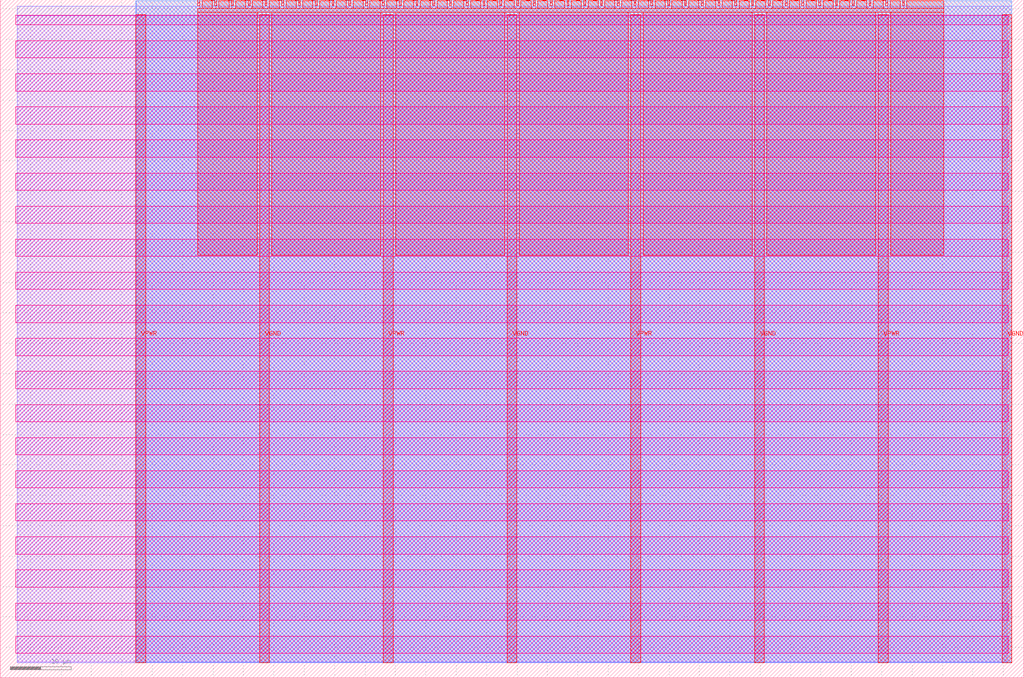
<source format=lef>
VERSION 5.7 ;
  NOWIREEXTENSIONATPIN ON ;
  DIVIDERCHAR "/" ;
  BUSBITCHARS "[]" ;
MACRO tt_um_wokwi_380361576213660673_dup
  CLASS BLOCK ;
  FOREIGN tt_um_wokwi_380361576213660673_dup ;
  ORIGIN 0.000 0.000 ;
  SIZE 168.360 BY 111.520 ;
  PIN VGND
    DIRECTION INOUT ;
    USE GROUND ;
    PORT
      LAYER met4 ;
        RECT 42.670 2.480 44.270 109.040 ;
    END
    PORT
      LAYER met4 ;
        RECT 83.380 2.480 84.980 109.040 ;
    END
    PORT
      LAYER met4 ;
        RECT 124.090 2.480 125.690 109.040 ;
    END
    PORT
      LAYER met4 ;
        RECT 164.800 2.480 166.400 109.040 ;
    END
  END VGND
  PIN VPWR
    DIRECTION INOUT ;
    USE POWER ;
    PORT
      LAYER met4 ;
        RECT 22.315 2.480 23.915 109.040 ;
    END
    PORT
      LAYER met4 ;
        RECT 63.025 2.480 64.625 109.040 ;
    END
    PORT
      LAYER met4 ;
        RECT 103.735 2.480 105.335 109.040 ;
    END
    PORT
      LAYER met4 ;
        RECT 144.445 2.480 146.045 109.040 ;
    END
  END VPWR
  PIN clk
    DIRECTION INPUT ;
    USE SIGNAL ;
    ANTENNAGATEAREA 0.852000 ;
    PORT
      LAYER met4 ;
        RECT 145.670 110.520 145.970 111.520 ;
    END
  END clk
  PIN ena
    DIRECTION INPUT ;
    USE SIGNAL ;
    PORT
      LAYER met4 ;
        RECT 148.430 110.520 148.730 111.520 ;
    END
  END ena
  PIN rst_n
    DIRECTION INPUT ;
    USE SIGNAL ;
    ANTENNAGATEAREA 0.213000 ;
    PORT
      LAYER met4 ;
        RECT 142.910 110.520 143.210 111.520 ;
    END
  END rst_n
  PIN ui_in[0]
    DIRECTION INPUT ;
    USE SIGNAL ;
    ANTENNAGATEAREA 0.196500 ;
    PORT
      LAYER met4 ;
        RECT 140.150 110.520 140.450 111.520 ;
    END
  END ui_in[0]
  PIN ui_in[1]
    DIRECTION INPUT ;
    USE SIGNAL ;
    ANTENNAGATEAREA 0.196500 ;
    PORT
      LAYER met4 ;
        RECT 137.390 110.520 137.690 111.520 ;
    END
  END ui_in[1]
  PIN ui_in[2]
    DIRECTION INPUT ;
    USE SIGNAL ;
    ANTENNAGATEAREA 0.196500 ;
    PORT
      LAYER met4 ;
        RECT 134.630 110.520 134.930 111.520 ;
    END
  END ui_in[2]
  PIN ui_in[3]
    DIRECTION INPUT ;
    USE SIGNAL ;
    ANTENNAGATEAREA 0.196500 ;
    PORT
      LAYER met4 ;
        RECT 131.870 110.520 132.170 111.520 ;
    END
  END ui_in[3]
  PIN ui_in[4]
    DIRECTION INPUT ;
    USE SIGNAL ;
    ANTENNAGATEAREA 0.196500 ;
    PORT
      LAYER met4 ;
        RECT 129.110 110.520 129.410 111.520 ;
    END
  END ui_in[4]
  PIN ui_in[5]
    DIRECTION INPUT ;
    USE SIGNAL ;
    ANTENNAGATEAREA 0.196500 ;
    PORT
      LAYER met4 ;
        RECT 126.350 110.520 126.650 111.520 ;
    END
  END ui_in[5]
  PIN ui_in[6]
    DIRECTION INPUT ;
    USE SIGNAL ;
    ANTENNAGATEAREA 0.196500 ;
    PORT
      LAYER met4 ;
        RECT 123.590 110.520 123.890 111.520 ;
    END
  END ui_in[6]
  PIN ui_in[7]
    DIRECTION INPUT ;
    USE SIGNAL ;
    ANTENNAGATEAREA 0.196500 ;
    PORT
      LAYER met4 ;
        RECT 120.830 110.520 121.130 111.520 ;
    END
  END ui_in[7]
  PIN uio_in[0]
    DIRECTION INPUT ;
    USE SIGNAL ;
    ANTENNAGATEAREA 0.213000 ;
    PORT
      LAYER met4 ;
        RECT 118.070 110.520 118.370 111.520 ;
    END
  END uio_in[0]
  PIN uio_in[1]
    DIRECTION INPUT ;
    USE SIGNAL ;
    ANTENNAGATEAREA 0.196500 ;
    PORT
      LAYER met4 ;
        RECT 115.310 110.520 115.610 111.520 ;
    END
  END uio_in[1]
  PIN uio_in[2]
    DIRECTION INPUT ;
    USE SIGNAL ;
    PORT
      LAYER met4 ;
        RECT 112.550 110.520 112.850 111.520 ;
    END
  END uio_in[2]
  PIN uio_in[3]
    DIRECTION INPUT ;
    USE SIGNAL ;
    PORT
      LAYER met4 ;
        RECT 109.790 110.520 110.090 111.520 ;
    END
  END uio_in[3]
  PIN uio_in[4]
    DIRECTION INPUT ;
    USE SIGNAL ;
    ANTENNAGATEAREA 0.196500 ;
    PORT
      LAYER met4 ;
        RECT 107.030 110.520 107.330 111.520 ;
    END
  END uio_in[4]
  PIN uio_in[5]
    DIRECTION INPUT ;
    USE SIGNAL ;
    ANTENNAGATEAREA 0.213000 ;
    PORT
      LAYER met4 ;
        RECT 104.270 110.520 104.570 111.520 ;
    END
  END uio_in[5]
  PIN uio_in[6]
    DIRECTION INPUT ;
    USE SIGNAL ;
    ANTENNAGATEAREA 0.159000 ;
    PORT
      LAYER met4 ;
        RECT 101.510 110.520 101.810 111.520 ;
    END
  END uio_in[6]
  PIN uio_in[7]
    DIRECTION INPUT ;
    USE SIGNAL ;
    ANTENNAGATEAREA 0.159000 ;
    PORT
      LAYER met4 ;
        RECT 98.750 110.520 99.050 111.520 ;
    END
  END uio_in[7]
  PIN uio_oe[0]
    DIRECTION OUTPUT TRISTATE ;
    USE SIGNAL ;
    PORT
      LAYER met4 ;
        RECT 51.830 110.520 52.130 111.520 ;
    END
  END uio_oe[0]
  PIN uio_oe[1]
    DIRECTION OUTPUT TRISTATE ;
    USE SIGNAL ;
    PORT
      LAYER met4 ;
        RECT 49.070 110.520 49.370 111.520 ;
    END
  END uio_oe[1]
  PIN uio_oe[2]
    DIRECTION OUTPUT TRISTATE ;
    USE SIGNAL ;
    PORT
      LAYER met4 ;
        RECT 46.310 110.520 46.610 111.520 ;
    END
  END uio_oe[2]
  PIN uio_oe[3]
    DIRECTION OUTPUT TRISTATE ;
    USE SIGNAL ;
    PORT
      LAYER met4 ;
        RECT 43.550 110.520 43.850 111.520 ;
    END
  END uio_oe[3]
  PIN uio_oe[4]
    DIRECTION OUTPUT TRISTATE ;
    USE SIGNAL ;
    PORT
      LAYER met4 ;
        RECT 40.790 110.520 41.090 111.520 ;
    END
  END uio_oe[4]
  PIN uio_oe[5]
    DIRECTION OUTPUT TRISTATE ;
    USE SIGNAL ;
    PORT
      LAYER met4 ;
        RECT 38.030 110.520 38.330 111.520 ;
    END
  END uio_oe[5]
  PIN uio_oe[6]
    DIRECTION OUTPUT TRISTATE ;
    USE SIGNAL ;
    PORT
      LAYER met4 ;
        RECT 35.270 110.520 35.570 111.520 ;
    END
  END uio_oe[6]
  PIN uio_oe[7]
    DIRECTION OUTPUT TRISTATE ;
    USE SIGNAL ;
    PORT
      LAYER met4 ;
        RECT 32.510 110.520 32.810 111.520 ;
    END
  END uio_oe[7]
  PIN uio_out[0]
    DIRECTION OUTPUT TRISTATE ;
    USE SIGNAL ;
    PORT
      LAYER met4 ;
        RECT 73.910 110.520 74.210 111.520 ;
    END
  END uio_out[0]
  PIN uio_out[1]
    DIRECTION OUTPUT TRISTATE ;
    USE SIGNAL ;
    PORT
      LAYER met4 ;
        RECT 71.150 110.520 71.450 111.520 ;
    END
  END uio_out[1]
  PIN uio_out[2]
    DIRECTION OUTPUT TRISTATE ;
    USE SIGNAL ;
    PORT
      LAYER met4 ;
        RECT 68.390 110.520 68.690 111.520 ;
    END
  END uio_out[2]
  PIN uio_out[3]
    DIRECTION OUTPUT TRISTATE ;
    USE SIGNAL ;
    PORT
      LAYER met4 ;
        RECT 65.630 110.520 65.930 111.520 ;
    END
  END uio_out[3]
  PIN uio_out[4]
    DIRECTION OUTPUT TRISTATE ;
    USE SIGNAL ;
    PORT
      LAYER met4 ;
        RECT 62.870 110.520 63.170 111.520 ;
    END
  END uio_out[4]
  PIN uio_out[5]
    DIRECTION OUTPUT TRISTATE ;
    USE SIGNAL ;
    PORT
      LAYER met4 ;
        RECT 60.110 110.520 60.410 111.520 ;
    END
  END uio_out[5]
  PIN uio_out[6]
    DIRECTION OUTPUT TRISTATE ;
    USE SIGNAL ;
    PORT
      LAYER met4 ;
        RECT 57.350 110.520 57.650 111.520 ;
    END
  END uio_out[6]
  PIN uio_out[7]
    DIRECTION OUTPUT TRISTATE ;
    USE SIGNAL ;
    PORT
      LAYER met4 ;
        RECT 54.590 110.520 54.890 111.520 ;
    END
  END uio_out[7]
  PIN uo_out[0]
    DIRECTION OUTPUT TRISTATE ;
    USE SIGNAL ;
    ANTENNADIFFAREA 0.795200 ;
    PORT
      LAYER met4 ;
        RECT 95.990 110.520 96.290 111.520 ;
    END
  END uo_out[0]
  PIN uo_out[1]
    DIRECTION OUTPUT TRISTATE ;
    USE SIGNAL ;
    ANTENNADIFFAREA 0.445500 ;
    PORT
      LAYER met4 ;
        RECT 93.230 110.520 93.530 111.520 ;
    END
  END uo_out[1]
  PIN uo_out[2]
    DIRECTION OUTPUT TRISTATE ;
    USE SIGNAL ;
    ANTENNADIFFAREA 0.445500 ;
    PORT
      LAYER met4 ;
        RECT 90.470 110.520 90.770 111.520 ;
    END
  END uo_out[2]
  PIN uo_out[3]
    DIRECTION OUTPUT TRISTATE ;
    USE SIGNAL ;
    ANTENNADIFFAREA 0.795200 ;
    PORT
      LAYER met4 ;
        RECT 87.710 110.520 88.010 111.520 ;
    END
  END uo_out[3]
  PIN uo_out[4]
    DIRECTION OUTPUT TRISTATE ;
    USE SIGNAL ;
    ANTENNADIFFAREA 0.445500 ;
    PORT
      LAYER met4 ;
        RECT 84.950 110.520 85.250 111.520 ;
    END
  END uo_out[4]
  PIN uo_out[5]
    DIRECTION OUTPUT TRISTATE ;
    USE SIGNAL ;
    ANTENNADIFFAREA 0.795200 ;
    PORT
      LAYER met4 ;
        RECT 82.190 110.520 82.490 111.520 ;
    END
  END uo_out[5]
  PIN uo_out[6]
    DIRECTION OUTPUT TRISTATE ;
    USE SIGNAL ;
    ANTENNADIFFAREA 0.795200 ;
    PORT
      LAYER met4 ;
        RECT 79.430 110.520 79.730 111.520 ;
    END
  END uo_out[6]
  PIN uo_out[7]
    DIRECTION OUTPUT TRISTATE ;
    USE SIGNAL ;
    ANTENNADIFFAREA 0.445500 ;
    PORT
      LAYER met4 ;
        RECT 76.670 110.520 76.970 111.520 ;
    END
  END uo_out[7]
  OBS
      LAYER nwell ;
        RECT 2.570 107.385 165.790 108.990 ;
        RECT 2.570 101.945 165.790 104.775 ;
        RECT 2.570 96.505 165.790 99.335 ;
        RECT 2.570 91.065 165.790 93.895 ;
        RECT 2.570 85.625 165.790 88.455 ;
        RECT 2.570 80.185 165.790 83.015 ;
        RECT 2.570 74.745 165.790 77.575 ;
        RECT 2.570 69.305 165.790 72.135 ;
        RECT 2.570 63.865 165.790 66.695 ;
        RECT 2.570 58.425 165.790 61.255 ;
        RECT 2.570 52.985 165.790 55.815 ;
        RECT 2.570 47.545 165.790 50.375 ;
        RECT 2.570 42.105 165.790 44.935 ;
        RECT 2.570 36.665 165.790 39.495 ;
        RECT 2.570 31.225 165.790 34.055 ;
        RECT 2.570 25.785 165.790 28.615 ;
        RECT 2.570 20.345 165.790 23.175 ;
        RECT 2.570 14.905 165.790 17.735 ;
        RECT 2.570 9.465 165.790 12.295 ;
        RECT 2.570 4.025 165.790 6.855 ;
      LAYER li1 ;
        RECT 2.760 2.635 165.600 108.885 ;
      LAYER met1 ;
        RECT 2.760 2.480 166.400 110.460 ;
      LAYER met2 ;
        RECT 22.345 2.535 166.370 111.365 ;
      LAYER met3 ;
        RECT 22.325 2.555 166.390 111.345 ;
      LAYER met4 ;
        RECT 33.210 110.120 34.870 111.345 ;
        RECT 35.970 110.120 37.630 111.345 ;
        RECT 38.730 110.120 40.390 111.345 ;
        RECT 41.490 110.120 43.150 111.345 ;
        RECT 44.250 110.120 45.910 111.345 ;
        RECT 47.010 110.120 48.670 111.345 ;
        RECT 49.770 110.120 51.430 111.345 ;
        RECT 52.530 110.120 54.190 111.345 ;
        RECT 55.290 110.120 56.950 111.345 ;
        RECT 58.050 110.120 59.710 111.345 ;
        RECT 60.810 110.120 62.470 111.345 ;
        RECT 63.570 110.120 65.230 111.345 ;
        RECT 66.330 110.120 67.990 111.345 ;
        RECT 69.090 110.120 70.750 111.345 ;
        RECT 71.850 110.120 73.510 111.345 ;
        RECT 74.610 110.120 76.270 111.345 ;
        RECT 77.370 110.120 79.030 111.345 ;
        RECT 80.130 110.120 81.790 111.345 ;
        RECT 82.890 110.120 84.550 111.345 ;
        RECT 85.650 110.120 87.310 111.345 ;
        RECT 88.410 110.120 90.070 111.345 ;
        RECT 91.170 110.120 92.830 111.345 ;
        RECT 93.930 110.120 95.590 111.345 ;
        RECT 96.690 110.120 98.350 111.345 ;
        RECT 99.450 110.120 101.110 111.345 ;
        RECT 102.210 110.120 103.870 111.345 ;
        RECT 104.970 110.120 106.630 111.345 ;
        RECT 107.730 110.120 109.390 111.345 ;
        RECT 110.490 110.120 112.150 111.345 ;
        RECT 113.250 110.120 114.910 111.345 ;
        RECT 116.010 110.120 117.670 111.345 ;
        RECT 118.770 110.120 120.430 111.345 ;
        RECT 121.530 110.120 123.190 111.345 ;
        RECT 124.290 110.120 125.950 111.345 ;
        RECT 127.050 110.120 128.710 111.345 ;
        RECT 129.810 110.120 131.470 111.345 ;
        RECT 132.570 110.120 134.230 111.345 ;
        RECT 135.330 110.120 136.990 111.345 ;
        RECT 138.090 110.120 139.750 111.345 ;
        RECT 140.850 110.120 142.510 111.345 ;
        RECT 143.610 110.120 145.270 111.345 ;
        RECT 146.370 110.120 148.030 111.345 ;
        RECT 149.130 110.120 155.185 111.345 ;
        RECT 32.495 109.440 155.185 110.120 ;
        RECT 32.495 69.535 42.270 109.440 ;
        RECT 44.670 69.535 62.625 109.440 ;
        RECT 65.025 69.535 82.980 109.440 ;
        RECT 85.380 69.535 103.335 109.440 ;
        RECT 105.735 69.535 123.690 109.440 ;
        RECT 126.090 69.535 144.045 109.440 ;
        RECT 146.445 69.535 155.185 109.440 ;
  END
END tt_um_wokwi_380361576213660673_dup
END LIBRARY


</source>
